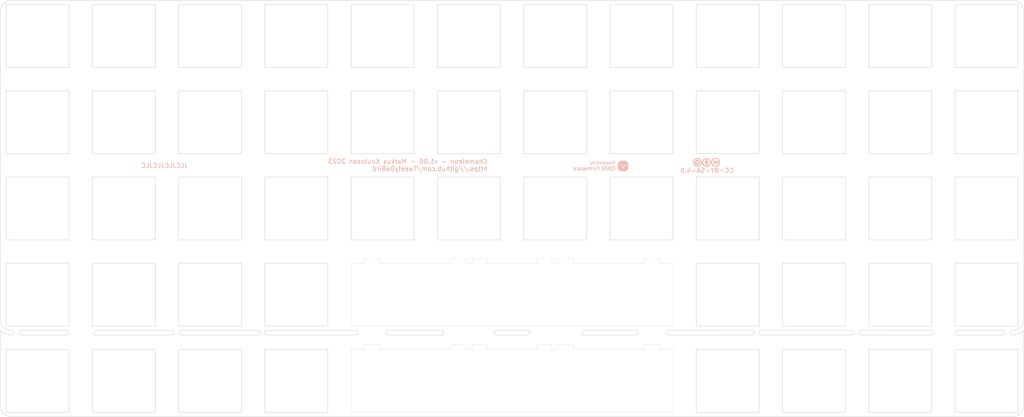
<source format=kicad_pcb>
(kicad_pcb (version 20221018) (generator pcbnew)
  (title_block (title "Chameleon") (date "2023-08-16") (rev "v1.00") (company "Tweety's Wild Thinking") (comment 1 "Markus Knutsson <markus.knutsson@tweety.se>") (comment 2 "https://github.com/TweetyDaBird") (comment 3 "Licensed under Creative Commons BY-SA 4.0 International "))
  (layers (0 "F.Cu" signal) (31 "B.Cu" signal) (34 "B.Paste" user) (35 "F.Paste" user) (36 "B.SilkS" user "B.Silkscreen") (37 "F.SilkS" user "F.Silkscreen") (38 "B.Mask" user) (39 "F.Mask" user) (44 "Edge.Cuts" user))
  (net 0 "")
  (footprint "Keyboard_Plate:SW_MX_Plate_Placeholder_nodrill_NOBORDER_13,9" (layer "F.Cu") (at 61.18 92.08)
    (fp_text reference "SW26" hide)
    (fp_text value "~" hide)
    (fp_line (start -6.95 -6.95) (end -6.95 6.95) (stroke (width 0.1)) (layer "Edge.Cuts"))
    (fp_line (start -6.95 6.95) (end 6.95 6.95) (stroke (width 0.1)) (layer "Edge.Cuts"))
    (fp_line (start 6.95 -6.95) (end -6.95 -6.95) (stroke (width 0.1)) (layer "Edge.Cuts"))
    (fp_line (start 6.95 6.95) (end 6.95 -6.95) (stroke (width 0.1)) (layer "Edge.Cuts"))
  )
  (footprint "Keyboard Common:Spacer PCB hole" (layer "F.Cu") (at 51.655 63.505)
    (fp_text reference "H6" hide)
    (fp_text value "Spacer_PCB" hide)
    (pad "" np_thru_hole circle (at 0 0) (size 3.7 3.7) (drill 3.7) (layers "*.Cu" "*.Mask"))
  )
  (footprint "Keyboard_Plate:SW_MX_Plate_Placeholder_nodrill_NOBORDER_13,9" (layer "F.Cu") (at 213.58 73.03)
    (fp_text reference "SW22" hide)
    (fp_text value "~" hide)
    (fp_line (start -6.95 -6.95) (end -6.95 6.95) (stroke (width 0.1)) (layer "Edge.Cuts"))
    (fp_line (start -6.95 6.95) (end 6.95 6.95) (stroke (width 0.1)) (layer "Edge.Cuts"))
    (fp_line (start 6.95 -6.95) (end -6.95 -6.95) (stroke (width 0.1)) (layer "Edge.Cuts"))
    (fp_line (start 6.95 6.95) (end 6.95 -6.95) (stroke (width 0.1)) (layer "Edge.Cuts"))
  )
  (footprint "Keyboard_Plate:SW_MX_Plate_Placeholder_nodrill_NOBORDER_13,9" (layer "F.Cu") (at 213.58 53.98)
    (fp_text reference "SW10" hide)
    (fp_text value "~" hide)
    (fp_line (start -6.95 -6.95) (end -6.95 6.95) (stroke (width 0.1)) (layer "Edge.Cuts"))
    (fp_line (start -6.95 6.95) (end 6.95 6.95) (stroke (width 0.1)) (layer "Edge.Cuts"))
    (fp_line (start 6.95 -6.95) (end -6.95 -6.95) (stroke (width 0.1)) (layer "Edge.Cuts"))
    (fp_line (start 6.95 6.95) (end 6.95 -6.95) (stroke (width 0.1)) (layer "Edge.Cuts"))
  )
  (footprint "Keyboard_Plate:SW_MX_Plate_Placeholder_nodrill_NOBORDER_13,9" (layer "F.Cu") (at 61.18 111.13)
    (fp_text reference "SW38" hide)
    (fp_text value "~" hide)
    (fp_line (start -6.95 -6.95) (end -6.95 6.95) (stroke (width 0.1)) (layer "Edge.Cuts"))
    (fp_line (start -6.95 6.95) (end 6.95 6.95) (stroke (width 0.1)) (layer "Edge.Cuts"))
    (fp_line (start 6.95 -6.95) (end -6.95 -6.95) (stroke (width 0.1)) (layer "Edge.Cuts"))
    (fp_line (start 6.95 6.95) (end 6.95 -6.95) (stroke (width 0.1)) (layer "Edge.Cuts"))
  )
  (footprint "Keyboard_Plate:SW_MX_Plate_Placeholder_nodrill_NOBORDER_13,9" (layer "F.Cu") (at 42.13 53.98)
    (fp_text reference "SW1" hide)
    (fp_text value "~" hide)
    (fp_line (start -6.95 -6.95) (end -6.95 6.95) (stroke (width 0.1)) (layer "Edge.Cuts"))
    (fp_line (start -6.95 6.95) (end 6.95 6.95) (stroke (width 0.1)) (layer "Edge.Cuts"))
    (fp_line (start 6.95 -6.95) (end -6.95 -6.95) (stroke (width 0.1)) (layer "Edge.Cuts"))
    (fp_line (start 6.95 6.95) (end 6.95 -6.95) (stroke (width 0.1)) (layer "Edge.Cuts"))
  )
  (footprint "Keyboard_Plate:SW_MX_Plate_Placeholder_nodrill_NOBORDER_13,9" (layer "F.Cu") (at 194.53 130.18)
    (fp_text reference "SW57" hide)
    (fp_text value "~" hide)
    (fp_line (start -6.95 -6.95) (end -6.95 6.95) (stroke (width 0.1)) (layer "Edge.Cuts"))
    (fp_line (start -6.95 6.95) (end 6.95 6.95) (stroke (width 0.1)) (layer "Edge.Cuts"))
    (fp_line (start 6.95 -6.95) (end -6.95 -6.95) (stroke (width 0.1)) (layer "Edge.Cuts"))
    (fp_line (start 6.95 6.95) (end 6.95 -6.95) (stroke (width 0.1)) (layer "Edge.Cuts"))
  )
  (footprint "Keyboard_Plate:SW_MX_Plate_Placeholder_nodrill_NOBORDER_13,9" (layer "F.Cu") (at 194.53 111.13)
    (fp_text reference "SW45" hide)
    (fp_text value "~" hide)
    (fp_line (start -6.95 -6.95) (end -6.95 6.95) (stroke (width 0.1)) (layer "Edge.Cuts"))
    (fp_line (start -6.95 6.95) (end 6.95 6.95) (stroke (width 0.1)) (layer "Edge.Cuts"))
    (fp_line (start 6.95 -6.95) (end -6.95 -6.95) (stroke (width 0.1)) (layer "Edge.Cuts"))
    (fp_line (start 6.95 6.95) (end 6.95 -6.95) (stroke (width 0.1)) (layer "Edge.Cuts"))
  )
  (footprint "Keyboard_Plate:SW_MX_Plate_Placeholder_nodrill_NOBORDER_13,9" (layer "F.Cu") (at 118.33 92.08)
    (fp_text reference "SW29" hide)
    (fp_text value "~" hide)
    (fp_line (start -6.95 -6.95) (end -6.95 6.95) (stroke (width 0.1)) (layer "Edge.Cuts"))
    (fp_line (start -6.95 6.95) (end 6.95 6.95) (stroke (width 0.1)) (layer "Edge.Cuts"))
    (fp_line (start 6.95 -6.95) (end -6.95 -6.95) (stroke (width 0.1)) (layer "Edge.Cuts"))
    (fp_line (start 6.95 6.95) (end 6.95 -6.95) (stroke (width 0.1)) (layer "Edge.Cuts"))
  )
  (footprint "Keyboard_Plate:SW_MX_Plate_Placeholder_nodrill_NOBORDER_13,9" (layer "F.Cu") (at 251.68 92.08)
    (fp_text reference "SW36" hide)
    (fp_text value "~" hide)
    (fp_line (start -6.95 -6.95) (end -6.95 6.95) (stroke (width 0.1)) (layer "Edge.Cuts"))
    (fp_line (start -6.95 6.95) (end 6.95 6.95) (stroke (width 0.1)) (layer "Edge.Cuts"))
    (fp_line (start 6.95 -6.95) (end -6.95 -6.95) (stroke (width 0.1)) (layer "Edge.Cuts"))
    (fp_line (start 6.95 6.95) (end 6.95 -6.95) (stroke (width 0.1)) (layer "Edge.Cuts"))
  )
  (footprint "Keyboard_Plate:SW_MX_Plate_Placeholder_nodrill_NOBORDER_13,9" (layer "F.Cu") (at 194.53 53.98)
    (fp_text reference "SW9" hide)
    (fp_text value "~" hide)
    (fp_line (start -6.95 -6.95) (end -6.95 6.95) (stroke (width 0.1)) (layer "Edge.Cuts"))
    (fp_line (start -6.95 6.95) (end 6.95 6.95) (stroke (width 0.1)) (layer "Edge.Cuts"))
    (fp_line (start 6.95 -6.95) (end -6.95 -6.95) (stroke (width 0.1)) (layer "Edge.Cuts"))
    (fp_line (start 6.95 6.95) (end 6.95 -6.95) (stroke (width 0.1)) (layer "Edge.Cuts"))
  )
  (footprint "Keyboard_Plate:SW_MX_Plate_Placeholder_nodrill_NOBORDER_13,9" (layer "F.Cu") (at 251.68 111.13)
    (fp_text reference "SW48" hide)
    (fp_text value "~" hide)
    (fp_line (start -6.95 -6.95) (end -6.95 6.95) (stroke (width 0.1)) (layer "Edge.Cuts"))
    (fp_line (start -6.95 6.95) (end 6.95 6.95) (stroke (width 0.1)) (layer "Edge.Cuts"))
    (fp_line (start 6.95 -6.95) (end -6.95 -6.95) (stroke (width 0.1)) (layer "Edge.Cuts"))
    (fp_line (start 6.95 6.95) (end 6.95 -6.95) (stroke (width 0.1)) (layer "Edge.Cuts"))
  )
  (footprint "Keyboard_Plate:SW_MX_Plate_Placeholder_nodrill_NOBORDER_13,9" (layer "F.Cu") (at 232.63 130.18)
    (fp_text reference "SW59" hide)
    (fp_text value "~" hide)
    (fp_line (start -6.95 -6.95) (end -6.95 6.95) (stroke (width 0.1)) (layer "Edge.Cuts"))
    (fp_line (start -6.95 6.95) (end 6.95 6.95) (stroke (width 0.1)) (layer "Edge.Cuts"))
    (fp_line (start 6.95 -6.95) (end -6.95 -6.95) (stroke (width 0.1)) (layer "Edge.Cuts"))
    (fp_line (start 6.95 6.95) (end 6.95 -6.95) (stroke (width 0.1)) (layer "Edge.Cuts"))
  )
  (footprint "Keyboard Common:Spacer PCB hole" (layer "F.Cu") (at 242.155 101.605)
    (fp_text reference "H8" hide)
    (fp_text value "Spacer_PCB" hide)
    (pad "" np_thru_hole circle (at 0 0) (size 3.7 3.7) (drill 3.7) (layers "*.Cu" "*.Mask"))
  )
  (footprint "Keyboard_Plate:SW_MX_Plate_Placeholder_nodrill_NOBORDER_13,9" (layer "F.Cu") (at 137.38 92.08)
    (fp_text reference "SW30" hide)
    (fp_text value "~" hide)
    (fp_line (start -6.95 -6.95) (end -6.95 6.95) (stroke (width 0.1)) (layer "Edge.Cuts"))
    (fp_line (start -6.95 6.95) (end 6.95 6.95) (stroke (width 0.1)) (layer "Edge.Cuts"))
    (fp_line (start 6.95 -6.95) (end -6.95 -6.95) (stroke (width 0.1)) (layer "Edge.Cuts"))
    (fp_line (start 6.95 6.95) (end 6.95 -6.95) (stroke (width 0.1)) (layer "Edge.Cuts"))
  )
  (footprint "Keyboard_Plate:SW_MX_Plate_Placeholder_nodrill_NOBORDER_13,9" (layer "F.Cu") (at 156.43 73.03)
    (fp_text reference "SW19" hide)
    (fp_text value "~" hide)
    (fp_line (start -6.95 -6.95) (end -6.95 6.95) (stroke (width 0.1)) (layer "Edge.Cuts"))
    (fp_line (start -6.95 6.95) (end 6.95 6.95) (stroke (width 0.1)) (layer "Edge.Cuts"))
    (fp_line (start 6.95 -6.95) (end -6.95 -6.95) (stroke (width 0.1)) (layer "Edge.Cuts"))
    (fp_line (start 6.95 6.95) (end 6.95 -6.95) (stroke (width 0.1)) (layer "Edge.Cuts"))
  )
  (footprint "Keyboard_Plate:SW_MX_Plate_Placeholder_nodrill_NOBORDER_13,9" (layer "F.Cu") (at 175.48 53.98)
    (fp_text reference "SW8" hide)
    (fp_text value "~" hide)
    (fp_line (start -6.95 -6.95) (end -6.95 6.95) (stroke (width 0.1)) (layer "Edge.Cuts"))
    (fp_line (start -6.95 6.95) (end 6.95 6.95) (stroke (width 0.1)) (layer "Edge.Cuts"))
    (fp_line (start 6.95 -6.95) (end -6.95 -6.95) (stroke (width 0.1)) (layer "Edge.Cuts"))
    (fp_line (start 6.95 6.95) (end 6.95 -6.95) (stroke (width 0.1)) (layer "Edge.Cuts"))
  )
  (footprint "Keyboard Common:Spacer PCB hole" (layer "F.Cu") (at 242.155 82.555)
    (fp_text reference "H4" hide)
    (fp_text value "Spacer_PCB" hide)
    (pad "" np_thru_hole circle (at 0 0) (size 3.7 3.7) (drill 3.7) (layers "*.Cu" "*.Mask"))
  )
  (footprint "Keyboard_Plate:SW_MX_Plate_Placeholder_nodrill_NOBORDER_13,9" (layer "F.Cu") (at 232.63 73.03)
    (fp_text reference "SW23" hide)
    (fp_text value "~" hide)
    (fp_line (start -6.95 -6.95) (end -6.95 6.95) (stroke (width 0.1)) (layer "Edge.Cuts"))
    (fp_line (start -6.95 6.95) (end 6.95 6.95) (stroke (width 0.1)) (layer "Edge.Cuts"))
    (fp_line (start 6.95 -6.95) (end -6.95 -6.95) (stroke (width 0.1)) (layer "Edge.Cuts"))
    (fp_line (start 6.95 6.95) (end 6.95 -6.95) (stroke (width 0.1)) (layer "Edge.Cuts"))
  )
  (footprint "Keyboard_Plate:SW_MX_Plate_Placeholder_nodrill_NOBORDER_13,9" (layer "F.Cu") (at 156.43 53.98)
    (fp_text reference "SW7" hide)
    (fp_text value "~" hide)
    (fp_line (start -6.95 -6.95) (end -6.95 6.95) (stroke (width 0.1)) (layer "Edge.Cuts"))
    (fp_line (start -6.95 6.95) (end 6.95 6.95) (stroke (width 0.1)) (layer "Edge.Cuts"))
    (fp_line (start 6.95 -6.95) (end -6.95 -6.95) (stroke (width 0.1)) (layer "Edge.Cuts"))
    (fp_line (start 6.95 6.95) (end 6.95 -6.95) (stroke (width 0.1)) (layer "Edge.Cuts"))
  )
  (footprint "Keyboard_Plate:SW_MX_Plate_Placeholder_nodrill_NOBORDER_13,9" (layer "F.Cu") (at 80.23 130.18)
    (fp_text reference "SW51" hide)
    (fp_text value "~" hide)
    (fp_line (start -6.95 -6.95) (end -6.95 6.95) (stroke (width 0.1)) (layer "Edge.Cuts"))
    (fp_line (start -6.95 6.95) (end 6.95 6.95) (stroke (width 0.1)) (layer "Edge.Cuts"))
    (fp_line (start 6.95 -6.95) (end -6.95 -6.95) (stroke (width 0.1)) (layer "Edge.Cuts"))
    (fp_line (start 6.95 6.95) (end 6.95 -6.95) (stroke (width 0.1)) (layer "Edge.Cuts"))
  )
  (footprint "Keyboard_Plate:SW_MX_Plate_Placeholder_nodrill_NOBORDER_13,9" (layer "F.Cu") (at 118.33 53.98)
    (fp_text reference "SW5" hide)
    (fp_text value "~" hide)
    (fp_line (start -6.95 -6.95) (end -6.95 6.95) (stroke (width 0.1)) (layer "Edge.Cuts"))
    (fp_line (start -6.95 6.95) (end 6.95 6.95) (stroke (width 0.1)) (layer "Edge.Cuts"))
    (fp_line (start 6.95 -6.95) (end -6.95 -6.95) (stroke (width 0.1)) (layer "Edge.Cuts"))
    (fp_line (start 6.95 6.95) (end 6.95 -6.95) (stroke (width 0.1)) (layer "Edge.Cuts"))
  )
  (footprint "Keyboard_Plate:SW_MX_Plate_Placeholder_nodrill_NOBORDER_13,9" (layer "F.Cu") (at 213.58 92.08)
    (fp_text reference "SW34" hide)
    (fp_text value "~" hide)
    (fp_line (start -6.95 -6.95) (end -6.95 6.95) (stroke (width 0.1)) (layer "Edge.Cuts"))
    (fp_line (start -6.95 6.95) (end 6.95 6.95) (stroke (width 0.1)) (layer "Edge.Cuts"))
    (fp_line (start 6.95 -6.95) (end -6.95 -6.95) (stroke (width 0.1)) (layer "Edge.Cuts"))
    (fp_line (start 6.95 6.95) (end 6.95 -6.95) (stroke (width 0.1)) (layer "Edge.Cuts"))
  )
  (footprint "Keyboard_Plate:SW_MX_Plate_Placeholder_nodrill_NOBORDER_13,9" (layer "F.Cu") (at 42.13 92.08)
    (fp_text reference "SW25" hide)
    (fp_text value "~" hide)
    (fp_line (start -6.95 -6.95) (end -6.95 6.95) (stroke (width 0.1)) (layer "Edge.Cuts"))
    (fp_line (start -6.95 6.95) (end 6.95 6.95) (stroke (width 0.1)) (layer "Edge.Cuts"))
    (fp_line (start 6.95 -6.95) (end -6.95 -6.95) (stroke (width 0.1)) (layer "Edge.Cuts"))
    (fp_line (start 6.95 6.95) (end 6.95 -6.95) (stroke (width 0.1)) (layer "Edge.Cuts"))
  )
  (footprint "Keyboard_Plate:SW_MX_Plate_Placeholder_nodrill_NOBORDER_13,9" (layer "F.Cu") (at 137.38 53.98)
    (fp_text reference "SW6" hide)
    (fp_text value "~" hide)
    (fp_line (start -6.95 -6.95) (end -6.95 6.95) (stroke (width 0.1)) (layer "Edge.Cuts"))
    (fp_line (start -6.95 6.95) (end 6.95 6.95) (stroke (width 0.1)) (layer "Edge.Cuts"))
    (fp_line (start 6.95 -6.95) (end -6.95 -6.95) (stroke (width 0.1)) (layer "Edge.Cuts"))
    (fp_line (start 6.95 6.95) (end 6.95 -6.95) (stroke (width 0.1)) (layer "Edge.Cuts"))
  )
  (footprint "Keyboard_Plate:SW_MX_Plate_Placeholder_nodrill_NOBORDER_13,9" (layer "F.Cu") (at 42.13 111.13)
    (fp_text reference "SW37" hide)
    (fp_text value "~" hide)
    (fp_line (start -6.95 -6.95) (end -6.95 6.95) (stroke (width 0.1)) (layer "Edge.Cuts"))
    (fp_line (start -6.95 6.95) (end 6.95 6.95) (stroke (width 0.1)) (layer "Edge.Cuts"))
    (fp_line (start 6.95 -6.95) (end -6.95 -6.95) (stroke (width 0.1)) (layer "Edge.Cuts"))
    (fp_line (start 6.95 6.95) (end 6.95 -6.95) (stroke (width 0.1)) (layer "Edge.Cuts"))
  )
  (footprint "Keyboard_Plate:SW_MX_Plate_Placeholder_nodrill_NOBORDER_13,9" (layer "F.Cu") (at 213.58 130.18)
    (fp_text reference "SW58" hide)
    (fp_text value "~" hide)
    (fp_line (start -6.95 -6.95) (end -6.95 6.95) (stroke (width 0.1)) (layer "Edge.Cuts"))
    (fp_line (start -6.95 6.95) (end 6.95 6.95) (stroke (width 0.1)) (layer "Edge.Cuts"))
    (fp_line (start 6.95 -6.95) (end -6.95 -6.95) (stroke (width 0.1)) (layer "Edge.Cuts"))
    (fp_line (start 6.95 6.95) (end 6.95 -6.95) (stroke (width 0.1)) (layer "Edge.Cuts"))
  )
  (footprint "Keyboard_Plate:SW_MX_Plate_Placeholder_nodrill_NOBORDER_13,9" (layer "F.Cu") (at 175.48 73.03)
    (fp_text reference "SW20" hide)
    (fp_text value "~" hide)
    (fp_line (start -6.95 -6.95) (end -6.95 6.95) (stroke (width 0.1)) (layer "Edge.Cuts"))
    (fp_line (start -6.95 6.95) (end 6.95 6.95) (stroke (width 0.1)) (layer "Edge.Cuts"))
    (fp_line (start 6.95 -6.95) (end -6.95 -6.95) (stroke (width 0.1)) (layer "Edge.Cuts"))
    (fp_line (start 6.95 6.95) (end 6.95 -6.95) (stroke (width 0.1)) (layer "Edge.Cuts"))
  )
  (footprint "Keyboard_Plate:SW_MX_Plate_Placeholder_nodrill_NOBORDER_13,9" (layer "F.Cu") (at 251.68 73.03)
    (fp_text reference "SW24" hide)
    (fp_text value "~" hide)
    (fp_line (start -6.95 -6.95) (end -6.95 6.95) (stroke (width 0.1)) (layer "Edge.Cuts"))
    (fp_line (start -6.95 6.95) (end 6.95 6.95) (stroke (width 0.1)) (layer "Edge.Cuts"))
    (fp_line (start 6.95 -6.95) (end -6.95 -6.95) (stroke (width 0.1)) (layer "Edge.Cuts"))
    (fp_line (start 6.95 6.95) (end 6.95 -6.95) (stroke (width 0.1)) (layer "Edge.Cuts"))
  )
  (footprint "Keyboard_Plate:SW_MX_Plate_Placeholder_nodrill_NOBORDER_13,9" (layer "F.Cu") (at 61.18 130.18)
    (fp_text reference "SW50" hide)
    (fp_text value "~" hide)
    (fp_line (start -6.95 -6.95) (end -6.95 6.95) (stroke (width 0.1)) (layer "Edge.Cuts"))
    (fp_line (start -6.95 6.95) (end 6.95 6.95) (stroke (width 0.1)) (layer "Edge.Cuts"))
    (fp_line (start 6.95 -6.95) (end -6.95 -6.95) (stroke (width 0.1)) (layer "Edge.Cuts"))
    (fp_line (start 6.95 6.95) (end 6.95 -6.95) (stroke (width 0.1)) (layer "Edge.Cuts"))
  )
  (footprint "Keyboard_Plate:SW_MX_Plate_Placeholder_nodrill_NOBORDER_13,9" (layer "F.Cu") (at 232.63 53.98)
    (fp_text reference "SW11" hide)
    (fp_text value "~" hide)
    (fp_line (start -6.95 -6.95) (end -6.95 6.95) (stroke (width 0.1)) (layer "Edge.Cuts"))
    (fp_line (start -6.95 6.95) (end 6.95 6.95) (stroke (width 0.1)) (layer "Edge.Cuts"))
    (fp_line (start 6.95 -6.95) (end -6.95 -6.95) (stroke (width 0.1)) (layer "Edge.Cuts"))
    (fp_line (start 6.95 6.95) (end 6.95 -6.95) (stroke (width 0.1)) (layer "Edge.Cuts"))
  )
  (footprint "Keyboard Common:Spacer PCB hole" (layer "F.Cu") (at 51.655 82.555)
    (fp_text reference "H1" hide)
    (fp_text value "Spacer_PCB" hide)
    (pad "" np_thru_hole circle (at 0 0) (size 3.7 3.7) (drill 3.7) (layers "*.Cu" "*.Mask"))
  )
  (footprint "Keyboard_Plate:SW_MX_Plate_Placeholder_nodrill_NOBORDER_13,9" (layer "F.Cu") (at 137.38 73.03)
    (fp_text reference "SW18" hide)
    (fp_text value "~" hide)
    (fp_line (start -6.95 -6.95) (end -6.95 6.95) (stroke (width 0.1)) (layer "Edge.Cuts"))
    (fp_line (start -6.95 6.95) (end 6.95 6.95) (stroke (width 0.1)) (layer "Edge.Cuts"))
    (fp_line (start 6.95 -6.95) (end -6.95 -6.95) (stroke (width 0.1)) (layer "Edge.Cuts"))
    (fp_line (start 6.95 6.95) (end 6.95 -6.95) (stroke (width 0.1)) (layer "Edge.Cuts"))
  )
  (footprint "Keyboard_Plate:SW_MX_Plate_Placeholder_nodrill_NOBORDER_13,9" (layer "F.Cu") (at 80.23 111.13)
    (fp_text reference "SW39" hide)
    (fp_text value "~" hide)
    (fp_line (start -6.95 -6.95) (end -6.95 6.95) (stroke (width 0.1)) (layer "Edge.Cuts"))
    (fp_line (start -6.95 6.95) (end 6.95 6.95) (stroke (width 0.1)) (layer "Edge.Cuts"))
    (fp_line (start 6.95 -6.95) (end -6.95 -6.95) (stroke (width 0.1)) (layer "Edge.Cuts"))
    (fp_line (start 6.95 6.95) (end 6.95 -6.95) (stroke (width 0.1)) (layer "Edge.Cuts"))
  )
  (footprint "Keyboard_Plate:SW_MX_Plate_Placeholder_nodrill_NOBORDER_13,9" (layer "F.Cu") (at 99.28 73.03)
    (fp_text reference "SW16" hide)
    (fp_text value "~" hide)
    (fp_line (start -6.95 -6.95) (end -6.95 6.95) (stroke (width 0.1)) (layer "Edge.Cuts"))
    (fp_line (start -6.95 6.95) (end 6.95 6.95) (stroke (width 0.1)) (layer "Edge.Cuts"))
    (fp_line (start 6.95 -6.95) (end -6.95 -6.95) (stroke (width 0.1)) (layer "Edge.Cuts"))
    (fp_line (start 6.95 6.95) (end 6.95 -6.95) (stroke (width 0.1)) (layer "Edge.Cuts"))
  )
  (footprint "Keyboard Common:Spacer PCB hole" (layer "F.Cu") (at 51.655 120.655)
    (fp_text reference "H2" hide)
    (fp_text value "Spacer_PCB" hide)
    (pad "" np_thru_hole circle (at 0 0) (size 3.7 3.7) (drill 3.7) (layers "*.Cu" "*.Mask"))
  )
  (footprint "Keyboard Common:Spacer PCB hole" (layer "F.Cu") (at 242.155 120.655)
    (fp_text reference "H5" hide)
    (fp_text value "Spacer_PCB" hide)
    (pad "" np_thru_hole circle (at 0 0) (size 3.7 3.7) (drill 3.7) (layers "*.Cu" "*.Mask"))
  )
  (footprint "Keyboard_Plate:SW_MX_Plate_Placeholder_nodrill_NOBORDER_13,9" (layer "F.Cu") (at 175.48 92.08)
    (fp_text reference "SW32" hide)
    (fp_text value "~" hide)
    (fp_line (start -6.95 -6.95) (end -6.95 6.95) (stroke (width 0.1)) (layer "Edge.Cuts"))
    (fp_line (start -6.95 6.95) (end 6.95 6.95) (stroke (width 0.1)) (layer "Edge.Cuts"))
    (fp_line (start 6.95 -6.95) (end -6.95 -6.95) (stroke (width 0.1)) (layer "Edge.Cuts"))
    (fp_line (start 6.95 6.95) (end 6.95 -6.95) (stroke (width 0.1)) (layer "Edge.Cuts"))
  )
  (footprint "Keyboard_Plate:SW_MX_Plate_Placeholder_nodrill_NOBORDER_13,9" (layer "F.Cu") (at 232.63 111.13)
    (fp_text reference "SW47" hide)
    (fp_text value "~" hide)
    (fp_line (start -6.95 -6.95) (end -6.95 6.95) (stroke (width 0.1)) (layer "Edge.Cuts"))
    (fp_line (start -6.95 6.95) (end 6.95 6.95) (stroke (width 0.1)) (layer "Edge.Cuts"))
    (fp_line (start 6.95 -6.95) (end -6.95 -6.95) (stroke (width 0.1)) (layer "Edge.Cuts"))
    (fp_line (start 6.95 6.95) (end 6.95 -6.95) (stroke (width 0.1)) (layer "Edge.Cuts"))
  )
  (footprint "Keyboard_Plate:SW_MX_Plate_Placeholder_nodrill_NOBORDER_13,9" (layer "F.Cu") (at 42.13 130.18)
    (fp_text reference "SW49" hide)
    (fp_text value "~" hide)
    (fp_line (start -6.95 -6.95) (end -6.95 6.95) (stroke (width 0.1)) (layer "Edge.Cuts"))
    (fp_line (start -6.95 6.95) (end 6.95 6.95) (stroke (width 0.1)) (layer "Edge.Cuts"))
    (fp_line (start 6.95 -6.95) (end -6.95 -6.95) (stroke (width 0.1)) (layer "Edge.Cuts"))
    (fp_line (start 6.95 6.95) (end 6.95 -6.95) (stroke (width 0.1)) (layer "Edge.Cuts"))
  )
  (footprint "Keyboard_Plate:SW_MX_Plate_Placeholder_nodrill_NOBORDER_13,9" (layer "F.Cu") (at 194.53 92.08)
    (fp_text reference "SW33" hide)
    (fp_text value "~" hide)
    (fp_line (start -6.95 -6.95) (end -6.95 6.95) (stroke (width 0.1)) (layer "Edge.Cuts"))
    (fp_line (start -6.95 6.95) (end 6.95 6.95) (stroke (width 0.1)) (layer "Edge.Cuts"))
    (fp_line (start 6.95 -6.95) (end -6.95 -6.95) (stroke (width 0.1)) (layer "Edge.Cuts"))
    (fp_line (start 6.95 6.95) (end 6.95 -6.95) (stroke (width 0.1)) (layer "Edge.Cuts"))
  )
  (footprint "Keyboard Common:Spacer PCB hole" (layer "F.Cu") (at 51.655 101.605)
    (fp_text reference "H10" hide)
    (fp_text value "Spacer_PCB" hide)
    (pad "" np_thru_hole circle (at 0 0) (size 3.7 3.7) (drill 3.7) (layers "*.Cu" "*.Mask"))
  )
  (footprint "Keyboard_Plate:SW_MX_Plate_Placeholder_nodrill_NOBORDER_13,9" (layer "F.Cu") (at 99.28 92.08)
    (fp_text reference "SW28" hide)
    (fp_text value "~" hide)
    (fp_line (start -6.95 -6.95) (end -6.95 6.95) (stroke (width 0.1)) (layer "Edge.Cuts"))
    (fp_line (start -6.95 6.95) (end 6.95 6.95) (stroke (width 0.1)) (layer "Edge.Cuts"))
    (fp_line (start 6.95 -6.95) (end -6.95 -6.95) (stroke (width 0.1)) (layer "Edge.Cuts"))
    (fp_line (start 6.95 6.95) (end 6.95 -6.95) (stroke (width 0.1)) (layer "Edge.Cuts"))
  )
  (footprint "Keyboard_Plate:SW_MX_Plate_Placeholder_nodrill_NOBORDER_13,9" (layer "F.Cu") (at 251.68 130.18)
    (fp_text reference "SW60" hide)
    (fp_text value "~" hide)
    (fp_line (start -6.95 -6.95) (end -6.95 6.95) (stroke (width 0.1)) (layer "Edge.Cuts"))
    (fp_line (start -6.95 6.95) (end 6.95 6.95) (stroke (width 0.1)) (layer "Edge.Cuts"))
    (fp_line (start 6.95 -6.95) (end -6.95 -6.95) (stroke (width 0.1)) (layer "Edge.Cuts"))
    (fp_line (start 6.95 6.95) (end 6.95 -6.95) (stroke (width 0.1)) (layer "Edge.Cuts"))
  )
  (footprint "Keyboard Common:Spacer PCB hole" (layer "F.Cu") (at 242.155 63.505)
    (fp_text reference "H7" hide)
    (fp_text value "Spacer_PCB" hide)
    (pad "" np_thru_hole circle (at 0 0) (size 3.7 3.7) (drill 3.7) (layers "*.Cu" "*.Mask"))
  )
  (footprint "Keyboard_Plate:SW_MX_Plate_Placeholder_nodrill_NOBORDER_13,9" (layer "F.Cu") (at 61.18 73.03)
    (fp_text reference "SW14" hide)
    (fp_text value "~" hide)
    (fp_line (start -6.95 -6.95) (end -6.95 6.95) (stroke (width 0.1)) (layer "Edge.Cuts"))
    (fp_line (start -6.95 6.95) (end 6.95 6.95) (stroke (width 0.1)) (layer "Edge.Cuts"))
    (fp_line (start 6.95 -6.95) (end -6.95 -6.95) (stroke (width 0.1)) (layer "Edge.Cuts"))
    (fp_line (start 6.95 6.95) (end 6.95 -6.95) (stroke (width 0.1)) (layer "Edge.Cuts"))
  )
  (footprint "Keyboard_Plate:SW_MX_Plate_Placeholder_nodrill_NOBORDER_13,9" (layer "F.Cu") (at 251.68 53.98)
    (fp_text reference "SW12" hide)
    (fp_text value "~" hide)
    (fp_line (start -6.95 -6.95) (end -6.95 6.95) (stroke (width 0.1)) (layer "Edge.Cuts"))
    (fp_line (start -6.95 6.95) (end 6.95 6.95) (stroke (width 0.1)) (layer "Edge.Cuts"))
    (fp_line (start 6.95 -6.95) (end -6.95 -6.95) (stroke (width 0.1)) (layer "Edge.Cuts"))
    (fp_line (start 6.95 6.95) (end 6.95 -6.95) (stroke (width 0.1)) (layer "Edge.Cuts"))
  )
  (footprint "Keyboard_Plate:Special 4u center" (layer "F.Cu") (at 146.905 130.18 180)
    (fp_text reference "SW62" hide)
    (fp_text value "~")
    (fp_line (start -35.525 -6.95) (end -35.525 6.95) (stroke (width 0.05)) (layer "Edge.Cuts"))
    (fp_line (start -35.525 -6.95) (end 35.525 -6.95) (stroke (width 0.05)) (layer "Edge.Cuts"))
    (fp_line (start -35.525 6.95) (end -32.6 6.95) (stroke (width 0.05)) (layer "Edge.Cuts"))
    (fp_line (start -32.6 7.97) (end -32.6 6.95) (stroke (width 0.05)) (layer "Edge.Cuts"))
    (fp_line (start -29.3 6.95) (end -13.55 6.95) (stroke (width 0.05)) (layer "Edge.Cuts"))
    (fp_line (start -29.3 7.97) (end -32.6 7.97) (stroke (width 0.05)) (layer "Edge.Cuts"))
    (fp_line (start -29.3 7.97) (end -29.3 6.95) (stroke (width 0.05)) (layer "Edge.Cuts"))
    (fp_line (start -13.55 7.97) (end -13.55 6.95) (stroke (width 0.05)) (layer "Edge.Cuts"))
    (fp_line (start -10.25 7.97) (end -13.55 7.97) (stroke (width 0.05)) (layer "Edge.Cuts"))
    (fp_line (start -10.25 7.97) (end -10.25 6.95) (stroke (width 0.05)) (layer "Edge.Cuts"))
    (fp_line (start -8.8 6.95) (end -10.25 6.95) (stroke (width 0.05)) (layer "Edge.Cuts"))
    (fp_line (start -8.8 7.97) (end -8.8 6.95) (stroke (width 0.05)) (layer "Edge.Cuts"))
    (fp_line (start -8.8 7.97) (end -5.5 7.97) (stroke (width 0.05)) (layer "Edge.Cuts"))
    (fp_line (start -5.5 6.95) (end 5.5 6.95) (stroke (width 0.05)) (layer "Edge.Cuts"))
    (fp_line (start -5.5 7.97) (end -5.5 6.95) (stroke (width 0.05)) (layer "Edge.Cuts"))
    (fp_line (start 5.5 7.97) (end 5.5 6.95) (stroke (width 0.05)) (layer "Edge.Cuts"))
    (fp_line (start 5.5 7.97) (end 8.8 7.97) (stroke (width 0.05)) (layer "Edge.Cuts"))
    (fp_line (start 8.8 7.97) (end 8.8 6.95) (stroke (width 0.05)) (layer "Edge.Cuts"))
    (fp_line (start 10.25 6.95) (end 8.8 6.95) (stroke (width 0.05)) (layer "Edge.Cuts"))
    (fp_line (start 10.25 7.97) (end 10.25 6.95) (stroke (width 0.05)) (layer "Edge.Cuts"))
    (fp_line (start 10.25 7.97) (end 13.55 7.97) (stroke (width 0.05)) (layer "Edge.Cuts"))
    (fp_line (start 13.55 6.95) (end 29.3 6.95) (stroke (width 0.05)) (layer "Edge.Cuts"))
    (fp_line (start 13.55 7.97) (end 13.55 6.95) (stroke (width 0.05)) (layer "Edge.Cuts"))
    (fp_line (start 29.3 7.97) (end 29.3 6.95) (stroke (width 0.05)) (layer "Edge.Cuts"))
    (fp_line (start 29.3 7.97) (end 32.6 7.97) (stroke (width 0.05)) (layer "Edge.Cuts"))
    (fp_line (start 32.6 7.97) (end 32.6 6.95) (stroke (width 0.05)) (layer "Edge.Cuts"))
    (fp_line (start 35.525 6.95) (end 32.6 6.95) (stroke (width 0.05)) (layer "Edge.Cuts"))
    (fp_line (start 35.525 6.95) (end 35.525 -6.95) (stroke (width 0.05)) (layer "Edge.Cuts"))
  )
  (footprint "Keyboard_Plate:SW_MX_Plate_Placeholder_nodrill_NOBORDER_13,9" (layer "F.Cu") (at 80.23 53.98 180)
    (fp_text reference "SW3" hide)
    (fp_text value "~" hide)
    (fp_line (start -6.95 -6.95) (end -6.95 6.95) (stroke (width 0.1)) (layer "Edge.Cuts"))
    (fp_line (start -6.95 6.95) (end 6.95 6.95) (stroke (width 0.1)) (layer "Edge.Cuts"))
    (fp_line (start 6.95 -6.95) (end -6.95 -6.95) (stroke (width 0.1)) (layer "Edge.Cuts"))
    (fp_line (start 6.95 6.95) (end 6.95 -6.95) (stroke (width 0.1)) (layer "Edge.Cuts"))
  )
  (footprint "Keyboard_Plate:SW_MX_Plate_Placeholder_nodrill_NOBORDER_13,9" (layer "F.Cu") (at 42.13 73.03)
    (fp_text reference "SW13" hide)
    (fp_text value "~" hide)
    (fp_line (start -6.95 -6.95) (end -6.95 6.95) (stroke (width 0.1)) (layer "Edge.Cuts"))
    (fp_line (start -6.95 6.95) (end 6.95 6.95) (stroke (width 0.1)) (layer "Edge.Cuts"))
    (fp_line (start 6.95 -6.95) (end -6.95 -6.95) (stroke (width 0.1)) (layer "Edge.Cuts"))
    (fp_line (start 6.95 6.95) (end 6.95 -6.95) (stroke (width 0.1)) (layer "Edge.Cuts"))
  )
  (footprint "Keyboard_Plate:SW_MX_Plate_Placeholder_nodrill_NOBORDER_13,9" (layer "F.Cu") (at 61.18 53.98 180)
    (fp_text reference "SW2" hide)
    (fp_text value "~" hide)
    (fp_line (start -6.95 -6.95) (end -6.95 6.95) (stroke (width 0.1)) (layer "Edge.Cuts"))
    (fp_line (start -6.95 6.95) (end 6.95 6.95) (stroke (width 0.1)) (layer "Edge.Cuts"))
    (fp_line (start 6.95 -6.95) (end -6.95 -6.95) (stroke (width 0.1)) (layer "Edge.Cuts"))
    (fp_line (start 6.95 6.95) (end 6.95 -6.95) (stroke (width 0.1)) (layer "Edge.Cuts"))
  )
  (footprint "Keyboard_Plate:SW_MX_Plate_Placeholder_nodrill_NOBORDER_13,9" (layer "F.Cu") (at 194.53 73.03)
    (fp_text reference "SW21" hide)
    (fp_text value "~" hide)
    (fp_line (start -6.95 -6.95) (end -6.95 6.95) (stroke (width 0.1)) (layer "Edge.Cuts"))
    (fp_line (start -6.95 6.95) (end 6.95 6.95) (stroke (width 0.1)) (layer "Edge.Cuts"))
    (fp_line (start 6.95 -6.95) (end -6.95 -6.95) (stroke (width 0.1)) (layer "Edge.Cuts"))
    (fp_line (start 6.95 6.95) (end 6.95 -6.95) (stroke (width 0.1)) (layer "Edge.Cuts"))
  )
  (footprint "Keyboard_Plate:Special 4u center" (layer "F.Cu") (at 146.905 111.13 180)
    (fp_text reference "SW65" hide)
    (fp_text value "~")
    (fp_line (start -35.525 -6.95) (end -35.525 6.95) (stroke (width 0.05)) (layer "Edge.Cuts"))
    (fp_line (start -35.525 -6.95) (end 35.525 -6.95) (stroke (width 0.05)) (layer "Edge.Cuts"))
    (fp_line (start -35.525 6.95) (end -32.6 6.95) (stroke (width 0.05)) (layer "Edge.Cuts"))
    (fp_line (start -32.6 7.97) (end -32.6 6.95) (stroke (width 0.05)) (layer "Edge.Cuts"))
    (fp_line (start -29.3 6.95) (end -13.55 6.95) (stroke (width 0.05)) (layer "Edge.Cuts"))
    (fp_line (start -29.3 7.97) (end -32.6 7.97) (stroke (width 0.05)) (layer "Edge.Cuts"))
    (fp_line (start -29.3 7.97) (end -29.3 6.95) (stroke (width 0.05)) (layer "Edge.Cuts"))
    (fp_line (start -13.55 7.97) (end -13.55 6.95) (stroke (width 0.05)) (layer "Edge.Cuts"))
    (fp_line (start -10.25 7.97) (end -13.55 7.97) (stroke (width 0.05)) (layer "Edge.Cuts"))
    (fp_line (start -10.25 7.97) (end -10.25 6.95) (stroke (width 0.05)) (layer "Edge.Cuts"))
    (fp_line (start -8.8 6.95) (end -10.25 6.95) (stroke (width 0.05)) (layer "Edge.Cuts"))
    (fp_line (start -8.8 7.97) (end -8.8 6.95) (stroke (width 0.05)) (layer "Edge.Cuts"))
    (fp_line (start -8.8 7.97) (end -5.5 7.97) (stroke (width 0.05)) (layer "Edge.Cuts"))
    (fp_line (start -5.5 6.95) (end 5.5 6.95) (stroke (width 0.05)) (layer "Edge.Cuts"))
    (fp_line (start -5.5 7.97) (end -5.5 6.95) (stroke (width 0.05)) (layer "Edge.Cuts"))
    (fp_line (start 5.5 7.97) (end 5.5 6.95) (stroke (width 0.05)) (layer "Edge.Cuts"))
    (fp_line (start 5.5 7.97) (end 8.8 7.97) (stroke (width 0.05)) (layer "Edge.Cuts"))
    (fp_line (start 8.8 7.97) (end 8.8 6.95) (stroke (width 0.05)) (layer "Edge.Cuts"))
    (fp_line (start 10.25 6.95) (end 8.8 6.95) (stroke (width 0.05)) (layer "Edge.Cuts"))
    (fp_line (start 10.25 7.97) (end 10.25 6.95) (stroke (width 0.05)) (layer "Edge.Cuts"))
    (fp_line (start 10.25 7.97) (end 13.55 7.97) (stroke (width 0.05)) (layer "Edge.Cuts"))
    (fp_line (start 13.55 6.95) (end 29.3 6.95) (stroke (width 0.05)) (layer "Edge.Cuts"))
    (fp_line (start 13.55 7.97) (end 13.55 6.95) (stroke (width 0.05)) (layer "Edge.Cuts"))
    (fp_line (start 29.3 7.97) (end 29.3 6.95) (stroke (width 0.05)) (layer "Edge.Cuts"))
    (fp_line (start 29.3 7.97) (end 32.6 7.97) (stroke (width 0.05)) (layer "Edge.Cuts"))
    (fp_line (start 32.6 7.97) (end 32.6 6.95) (stroke (width 0.05)) (layer "Edge.Cuts"))
    (fp_line (start 35.525 6.95) (end 32.6 6.95) (stroke (width 0.05)) (layer "Edge.Cuts"))
    (fp_line (start 35.525 6.95) (end 35.525 -6.95) (stroke (width 0.05)) (layer "Edge.Cuts"))
  )
  (footprint "Keyboard_Plate:SW_MX_Plate_Placeholder_nodrill_NOBORDER_13,9" (layer "F.Cu") (at 213.58 111.13)
    (fp_text reference "SW46" hide)
    (fp_text value "~" hide)
    (fp_line (start -6.95 -6.95) (end -6.95 6.95) (stroke (width 0.1)) (layer "Edge.Cuts"))
    (fp_line (start -6.95 6.95) (end 6.95 6.95) (stroke (width 0.1)) (layer "Edge.Cuts"))
    (fp_line (start 6.95 -6.95) (end -6.95 -6.95) (stroke (width 0.1)) (layer "Edge.Cuts"))
    (fp_line (start 6.95 6.95) (end 6.95 -6.95) (stroke (width 0.1)) (layer "Edge.Cuts"))
  )
  (footprint "Keyboard_Plate:SW_MX_Plate_Placeholder_nodrill_NOBORDER_13,9" (layer "F.Cu") (at 118.33 73.03)
    (fp_text reference "SW17" hide)
    (fp_text value "~" hide)
    (fp_line (start -6.95 -6.95) (end -6.95 6.95) (stroke (width 0.1)) (layer "Edge.Cuts"))
    (fp_line (start -6.95 6.95) (end 6.95 6.95) (stroke (width 0.1)) (layer "Edge.Cuts"))
    (fp_line (start 6.95 -6.95) (end -6.95 -6.95) (stroke (width 0.1)) (layer "Edge.Cuts"))
    (fp_line (start 6.95 6.95) (end 6.95 -6.95) (stroke (width 0.1)) (layer "Edge.Cuts"))
  )
  (footprint "Keyboard_Plate:SW_MX_Plate_Placeholder_nodrill_NOBORDER_13,9" (layer "F.Cu") (at 80.23 92.08)
    (fp_text reference "SW27" hide)
    (fp_text value "~" hide)
    (fp_line (start -6.95 -6.95) (end -6.95 6.95) (stroke (width 0.1)) (layer "Edge.Cuts"))
    (fp_line (start -6.95 6.95) (end 6.95 6.95) (stroke (width 0.1)) (layer "Edge.Cuts"))
    (fp_line (start 6.95 -6.95) (end -6.95 -6.95) (stroke (width 0.1)) (layer "Edge.Cuts"))
    (fp_line (start 6.95 6.95) (end 6.95 -6.95) (stroke (width 0.1)) (layer "Edge.Cuts"))
  )
  (footprint "Keyboard_Plate:SW_MX_Plate_Placeholder_nodrill_NOBORDER_13,9" (layer "F.Cu") (at 99.28 111.13)
    (fp_text reference "SW40" hide)
    (fp_text value "~" hide)
    (fp_line (start -6.95 -6.95) (end -6.95 6.95) (stroke (width 0.1)) (layer "Edge.Cuts"))
    (fp_line (start -6.95 6.95) (end 6.95 6.95) (stroke (width 0.1)) (layer "Edge.Cuts"))
    (fp_line (start 6.95 -6.95) (end -6.95 -6.95) (stroke (width 0.1)) (layer "Edge.Cuts"))
    (fp_line (start 6.95 6.95) (end 6.95 -6.95) (stroke (width 0.1)) (layer "Edge.Cuts"))
  )
  (footprint "Keyboard Common:Spacer PCB hole" (layer "F.Cu") (at 146.905 82.555)
    (fp_text reference "H9" hide)
    (fp_text value "Spacer_PCB" hide)
    (pad "" np_thru_hole circle (at 0 0) (size 3.7 3.7) (drill 3.7) (layers "*.Cu" "*.Mask"))
  )
  (footprint "Keyboard_Plate:SW_MX_Plate_Placeholder_nodrill_NOBORDER_13,9" (layer "F.Cu") (at 232.63 92.08)
    (fp_text reference "SW35" hide)
    (fp_text value "~" hide)
    (fp_line (start -6.95 -6.95) (end -6.95 6.95) (stroke (width 0.1)) (layer "Edge.Cuts"))
    (fp_line (start -6.95 6.95) (end 6.95 6.95) (stroke (width 0.1)) (layer "Edge.Cuts"))
    (fp_line (start 6.95 -6.95) (end -6.95 -6.95) (stroke (width 0.1)) (layer "Edge.Cuts"))
    (fp_line (start 6.95 6.95) (end 6.95 -6.95) (stroke (width 0.1)) (layer "Edge.Cuts"))
  )
  (footprint "Keyboard Common:Spacer PCB hole" (layer "F.Cu") (at 146.905 101.605)
    (fp_text reference "H3" hide)
    (fp_text value "Spacer_PCB" hide)
    (pad "" np_thru_hole circle (at 0 0) (size 3.7 3.7) (drill 3.7) (layers "*.Cu" "*.Mask"))
  )
  (footprint "Keyboard_Plate:SW_MX_Plate_Placeholder_nodrill_NOBORDER_13,9" (layer "F.Cu") (at 99.28 53.98)
    (fp_text reference "SW4" hide)
    (fp_text value "~" hide)
    (fp_line (start -6.95 -6.95) (end -6.95 6.95) (stroke (width 0.1)) (layer "Edge.Cuts"))
    (fp_line (start -6.95 6.95) (end 6.95 6.95) (stroke (width 0.1)) (layer "Edge.Cuts"))
    (fp_line (start 6.95 -6.95) (end -6.95 -6.95) (stroke (width 0.1)) (layer "Edge.Cuts"))
    (fp_line (start 6.95 6.95) (end 6.95 -6.95) (stroke (width 0.1)) (layer "Edge.Cuts"))
  )
  (footprint "Keyboard_Plate:SW_MX_Plate_Placeholder_nodrill_NOBORDER_13,9" (layer "F.Cu") (at 80.23 73.03)
    (fp_text reference "SW15" hide)
    (fp_text value "~" hide)
    (fp_line (start -6.95 -6.95) (end -6.95 6.95) (stroke (width 0.1)) (layer "Edge.Cuts"))
    (fp_line (start -6.95 6.95) (end 6.95 6.95) (stroke (width 0.1)) (layer "Edge.Cuts"))
    (fp_line (start 6.95 -6.95) (end -6.95 -6.95) (stroke (width 0.1)) (layer "Edge.Cuts"))
    (fp_line (start 6.95 6.95) (end 6.95 -6.95) (stroke (width 0.1)) (layer "Edge.Cuts"))
  )
  (footprint "Keyboard_Plate:SW_MX_Plate_Placeholder_nodrill_NOBORDER_13,9" (layer "F.Cu") (at 156.43 92.08)
    (fp_text reference "SW31" hide)
    (fp_text value "~" hide)
    (fp_line (start -6.95 -6.95) (end -6.95 6.95) (stroke (width 0.1)) (layer "Edge.Cuts"))
    (fp_line (start -6.95 6.95) (end 6.95 6.95) (stroke (width 0.1)) (layer "Edge.Cuts"))
    (fp_line (start 6.95 -6.95) (end -6.95 -6.95) (stroke (width 0.1)) (layer "Edge.Cuts"))
    (fp_line (start 6.95 6.95) (end 6.95 -6.95) (stroke (width 0.1)) (layer "Edge.Cuts"))
  )
  (footprint "Keyboard_Plate:SW_MX_Plate_Placeholder_nodrill_NOBORDER_13,9" (layer "F.Cu") (at 99.28 130.18)
    (fp_text reference "SW52" hide)
    (fp_text value "~" hide)
    (fp_line (start -6.95 -6.95) (end -6.95 6.95) (stroke (width 0.1)) (layer "Edge.Cuts"))
    (fp_line (start -6.95 6.95) (end 6.95 6.95) (stroke (width 0.1)) (layer "Edge.Cuts"))
    (fp_line (start 6.95 -6.95) (end -6.95 -6.95) (stroke (width 0.1)) (layer "Edge.Cuts"))
    (fp_line (start 6.95 6.95) (end 6.95 -6.95) (stroke (width 0.1)) (layer "Edge.Cuts"))
  )
  (footprint "Logotypes:CC_BY_SA_40_tiny" (layer "B.Cu") (at 189.84 81.91 180)
    (fp_text reference "Logo1" hide)
    (fp_text value "CC-BY-SA-4.0" hide)
    (fp_text user "CC-BY-SA-4.0" (at -6.1 -2.36 unlocked) (layer "B.SilkS") (effects (font (thickness 0.153) bold) (justify left bottom mirror)))
  )
  (footprint "Logotypes:Powered_by_QMK" (layer "B.Cu") (at 166.533982 82.694188 180)
    (fp_text reference "Logo2" hide)
    (fp_text value "QMK_Logo" hide)
  )
  (gr_line (start 259.905 135.605) (end 259.902214 119.017214) (stroke (width 0.1)) (layer "Edge.Cuts"))
  (gr_arc (start 38.62 120.055) (mid 38.12 119.555) (end 38.62 119.055) (stroke (width 0.1)) (layer "Edge.Cuts"))
  (gr_arc (start 36.405 138.105) (mid 34.637233 137.372767) (end 33.905 135.605) (stroke (width 0.1)) (layer "Edge.Cuts"))
  (gr_line (start 255.19 120.055) (end 245.34 120.054999) (stroke (width 0.1)) (layer "Edge.Cuts"))
  (gr_arc (start 112.53 119.055) (mid 113.03 119.555) (end 112.53 120.055) (stroke (width 0.1)) (layer "Edge.Cuts"))
  (gr_line (start 33.905 116.555) (end 33.905 48.555) (stroke (width 0.1)) (layer "Edge.Cuts"))
  (gr_line (start 174.27 120.055) (end 162.73 120.055) (stroke (width 0.1)) (layer "Edge.Cuts"))
  (gr_arc (start 245.34 120.055) (mid 244.84 119.555) (end 245.34 119.055) (stroke (width 0.1)) (layer "Edge.Cuts"))
  (gr_line (start 199.89 120.06) (end 181.54 120.055) (stroke (width 0.1)) (layer "Edge.Cuts"))
  (gr_arc (start 201.905 120.06) (mid 201.405 119.56) (end 201.905 119.06) (stroke (width 0.1)) (layer "Edge.Cuts"))
  (gr_arc (start 259.905 116.555) (mid 259.172767 118.322767) (end 257.405 119.055) (stroke (width 0.1)) (layer "Edge.Cuts"))
  (gr_line (start 199.89 119.06) (end 181.54 119.055) (stroke (width 0.1)) (layer "Edge.Cuts"))
  (gr_line (start 131.38 120.055) (end 119.59 120.055) (stroke (width 0.1)) (layer "Edge.Cuts"))
  (gr_arc (start 36.405 119.055) (mid 34.637233 118.322767) (end 33.905 116.555) (stroke (width 0.1)) (layer "Edge.Cuts"))
  (gr_line (start 143.43 120.055) (end 150.35 120.055) (stroke (width 0.1)) (layer "Edge.Cuts"))
  (gr_arc (start 259.902214 119.017214) (mid 258.756508 119.783721) (end 257.405 120.054999) (stroke (width 0.1)) (layer "Edge.Cuts"))
  (gr_arc (start 239.44 119.055) (mid 239.94 119.555) (end 239.44 120.055) (stroke (width 0.1)) (layer "Edge.Cuts"))
  (gr_line (start 259.905 116.555) (end 259.905 48.555) (stroke (width 0.1)) (layer "Edge.Cuts"))
  (gr_line (start 201.905 120.06) (end 222.065 120.06) (stroke (width 0.1)) (layer "Edge.Cuts"))
  (gr_line (start 239.44 119.055) (end 223.98 119.06) (stroke (width 0.1)) (layer "Edge.Cuts"))
  (gr_line (start 90.83 120.055) (end 73.91 120.055) (stroke (width 0.1)) (layer "Edge.Cuts"))
  (gr_arc (start 223.98 120.06) (mid 223.48 119.56) (end 223.98 119.06) (stroke (width 0.1)) (layer "Edge.Cuts"))
  (gr_line (start 54.97 119.055) (end 71.895 119.055) (stroke (width 0.1)) (layer "Edge.Cuts"))
  (gr_arc (start 131.38 119.055) (mid 131.88 119.555) (end 131.38 120.055) (stroke (width 0.1)) (layer "Edge.Cuts"))
  (gr_arc (start 222.065 119.06) (mid 222.565 119.56) (end 222.065 120.06) (stroke (width 0.1)) (layer "Edge.Cuts"))
  (gr_line (start 119.59 119.055) (end 131.38 119.055) (stroke (width 0.1)) (layer "Edge.Cuts"))
  (gr_line (start 48.51 119.055) (end 38.62 119.055) (stroke (width 0.1)) (layer "Edge.Cuts"))
  (gr_arc (start 36.405 119.055) (mid 36.905 119.555) (end 36.405 120.055) (stroke (width 0.1)) (layer "Edge.Cuts"))
  (gr_arc (start 174.27 119.055) (mid 174.77 119.555) (end 174.27 120.055) (stroke (width 0.1)) (layer "Edge.Cuts"))
  (gr_arc (start 150.35 119.055) (mid 150.85 119.555) (end 150.35 120.055) (stroke (width 0.1)) (layer "Edge.Cuts"))
  (gr_arc (start 54.97 120.055) (mid 54.47 119.555) (end 54.97 119.055) (stroke (width 0.1)) (layer "Edge.Cuts"))
  (gr_arc (start 162.73 120.055) (mid 162.23 119.555) (end 162.73 119.055) (stroke (width 0.1)) (layer "Edge.Cuts"))
  (gr_arc (start 119.59 120.055) (mid 119.09 119.555) (end 119.59 119.055) (stroke (width 0.1)) (layer "Edge.Cuts"))
  (gr_line (start 150.35 119.055) (end 143.43 119.055) (stroke (width 0.1)) (layer "Edge.Cuts"))
  (gr_line (start 90.83 119.055) (end 73.91 119.055) (stroke (width 0.1)) (layer "Edge.Cuts"))
  (gr_arc (start 259.905 135.605) (mid 259.172767 137.372767) (end 257.405 138.105) (stroke (width 0.1)) (layer "Edge.Cuts"))
  (gr_line (start 162.73 119.055) (end 174.27 119.055) (stroke (width 0.1)) (layer "Edge.Cuts"))
  (gr_line (start 54.97 120.055) (end 71.895 120.055) (stroke (width 0.1)) (layer "Edge.Cuts"))
  (gr_arc (start 181.54 120.055) (mid 181.04 119.555) (end 181.54 119.055) (stroke (width 0.1)) (layer "Edge.Cuts"))
  (gr_arc (start 199.89 119.06) (mid 200.39 119.56) (end 199.89 120.06) (stroke (width 0.1)) (layer "Edge.Cuts"))
  (gr_line (start 48.51 120.055) (end 38.62 120.055) (stroke (width 0.1)) (layer "Edge.Cuts"))
  (gr_line (start 239.44 120.055) (end 223.98 120.06) (stroke (width 0.1)) (layer "Edge.Cuts"))
  (gr_arc (start 73.91 120.055) (mid 73.41 119.555) (end 73.91 119.055) (stroke (width 0.1)) (layer "Edge.Cuts"))
  (gr_line (start 33.905 119.017) (end 33.905 135.605) (stroke (width 0.1)) (layer "Edge.Cuts"))
  (gr_arc (start 92.645 120.055) (mid 92.145 119.555) (end 92.645 119.055) (stroke (width 0.1)) (layer "Edge.Cuts"))
  (gr_arc (start 71.895 119.055) (mid 72.395 119.555) (end 71.895 120.055) (stroke (width 0.1)) (layer "Edge.Cuts"))
  (gr_arc (start 90.83 119.055) (mid 91.33 119.555) (end 90.83 120.055) (stroke (width 0.1)) (layer "Edge.Cuts"))
  (gr_line (start 112.53 120.055) (end 92.645 120.055) (stroke (width 0.1)) (layer "Edge.Cuts"))
  (gr_line (start 257.405 46.055) (end 36.405 46.055) (stroke (width 0.1)) (layer "Edge.Cuts"))
  (gr_arc (start 255.19 119.055) (mid 255.69 119.555) (end 255.19 120.055) (stroke (width 0.1)) (layer "Edge.Cuts"))
  (gr_arc (start 36.402214 120.054785) (mid 35.050707 119.783496) (end 33.905 119.017) (stroke (width 0.1)) (layer "Edge.Cuts"))
  (gr_arc (start 257.405 120.055) (mid 256.905 119.555) (end 257.405 119.055) (stroke (width 0.1)) (layer "Edge.Cuts"))
  (gr_line (start 255.19 119.055) (end 245.34 119.055) (stroke (width 0.1)) (layer "Edge.Cuts"))
  (gr_line (start 201.905 119.06) (end 222.065 119.06) (stroke (width 0.1)) (layer "Edge.Cuts"))
  (gr_arc (start 33.905 48.555) (mid 34.637233 46.787233) (end 36.405 46.055) (stroke (width 0.1)) (layer "Edge.Cuts"))
  (gr_line (start 36.405 138.105) (end 257.405 138.105) (stroke (width 0.1)) (layer "Edge.Cuts"))
  (gr_line (start 112.53 119.055) (end 92.645 119.055) (stroke (width 0.1)) (layer "Edge.Cuts"))
  (gr_arc (start 48.51 119.055) (mid 49.01 119.555) (end 48.51 120.055) (stroke (width 0.1)) (layer "Edge.Cuts"))
  (gr_arc (start 257.405 46.055) (mid 259.172767 46.787233) (end 259.905 48.555) (stroke (width 0.1)) (layer "Edge.Cuts"))
  (gr_arc (start 143.43 120.055) (mid 142.93 119.555) (end 143.43 119.055) (stroke (width 0.1)) (layer "Edge.Cuts"))
  (gr_text "Chameleon - v1.00 - Markus Knutsson 2023\nhttps://github.com/TweetyDaBird" (at 141.57 83.88) (layer "B.SilkS") (effects (font (size 1 1) (thickness 0.153) bold) (justify left bottom mirror)))
  (gr_text "JLCJLCJLCJLC" (at 75.4 83.19) (layer "B.SilkS") (effects (font (size 1 1) (thickness 0.153)) (justify left bottom mirror)))
)
</source>
